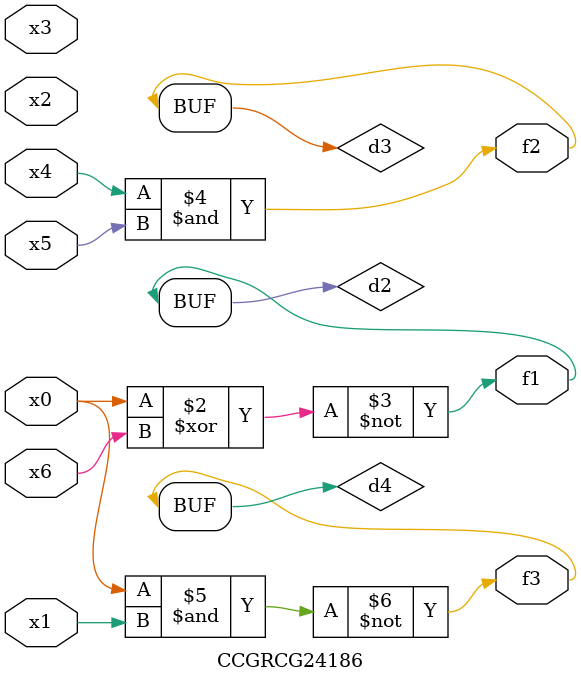
<source format=v>
module CCGRCG24186(
	input x0, x1, x2, x3, x4, x5, x6,
	output f1, f2, f3
);

	wire d1, d2, d3, d4;

	nor (d1, x0);
	xnor (d2, x0, x6);
	and (d3, x4, x5);
	nand (d4, x0, x1);
	assign f1 = d2;
	assign f2 = d3;
	assign f3 = d4;
endmodule

</source>
